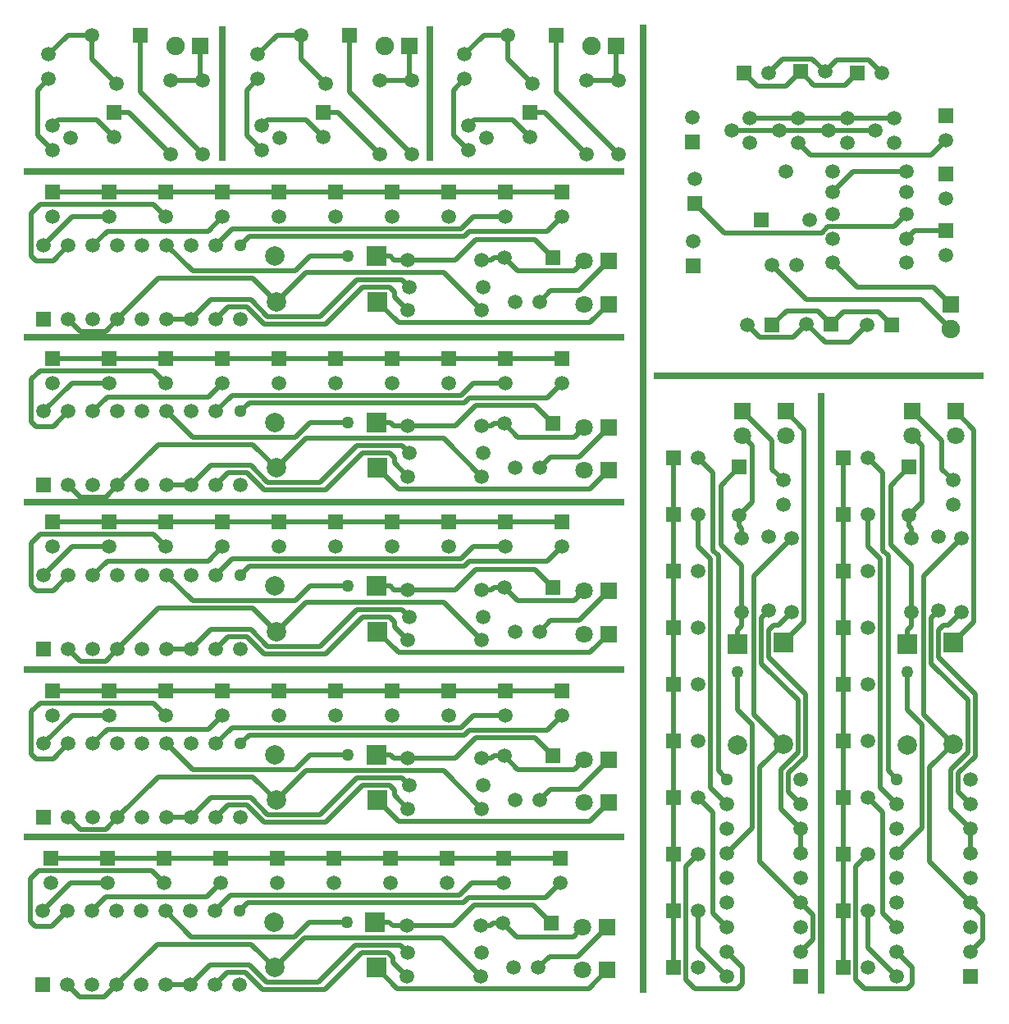
<source format=gbl>
G04 Layer_Physical_Order=2*
G04 Layer_Color=16711680*
%FSLAX25Y25*%
%MOIN*%
G70*
G01*
G75*
%ADD10C,0.02000*%
%ADD11R,0.03150X0.55118*%
%ADD12R,1.33858X0.03150*%
%ADD13R,0.03150X2.44095*%
%ADD14R,0.03150X3.93701*%
%ADD15R,2.44095X0.03150*%
%ADD16R,2.44095X0.02756*%
%ADD17C,0.05905*%
%ADD18C,0.05937*%
%ADD19R,0.05937X0.05937*%
%ADD20R,0.05905X0.05905*%
%ADD21C,0.07480*%
%ADD22R,0.07087X0.07087*%
%ADD23R,0.07087X0.07087*%
%ADD24R,0.05905X0.05905*%
%ADD25C,0.07874*%
%ADD26R,0.07874X0.07874*%
%ADD27C,0.07087*%
%ADD28C,0.05110*%
%ADD29R,0.07874X0.07874*%
%ADD30C,0.05000*%
G36*
X358171Y362012D02*
X359605Y360448D01*
X359512Y358329D01*
X357948Y356895D01*
X355829Y356988D01*
X354396Y358552D01*
X354488Y360671D01*
X356052Y362105D01*
X358171Y362012D01*
D02*
G37*
G36*
X339171D02*
X340604Y360448D01*
X340512Y358329D01*
X338948Y356895D01*
X336829Y356988D01*
X335396Y358552D01*
X335488Y360671D01*
X337052Y362105D01*
X339171Y362012D01*
D02*
G37*
G36*
X319171D02*
X320604Y360448D01*
X320512Y358329D01*
X318948Y356895D01*
X316829Y356988D01*
X315395Y358552D01*
X315488Y360671D01*
X317052Y362105D01*
X319171Y362012D01*
D02*
G37*
G36*
X299671D02*
X301104Y360448D01*
X301012Y358329D01*
X299448Y356895D01*
X297329Y356988D01*
X295896Y358552D01*
X295988Y360671D01*
X297552Y362105D01*
X299671Y362012D01*
D02*
G37*
G36*
X185171Y359012D02*
X186604Y357448D01*
X186512Y355329D01*
X184948Y353895D01*
X182829Y353988D01*
X181395Y355552D01*
X181488Y357671D01*
X183052Y359104D01*
X185171Y359012D01*
D02*
G37*
G36*
X101171D02*
X102604Y357448D01*
X102512Y355329D01*
X100948Y353895D01*
X98829Y353988D01*
X97395Y355552D01*
X97488Y357671D01*
X99052Y359104D01*
X101171Y359012D01*
D02*
G37*
G36*
X16171D02*
X17605Y357448D01*
X17512Y355329D01*
X15948Y353895D01*
X13829Y353988D01*
X12395Y355552D01*
X12488Y357671D01*
X14052Y359104D01*
X16171Y359012D01*
D02*
G37*
G36*
X350671Y357012D02*
X352104Y355448D01*
X352012Y353329D01*
X350448Y351895D01*
X348329Y351988D01*
X346896Y353552D01*
X346988Y355671D01*
X348552Y357104D01*
X350671Y357012D01*
D02*
G37*
G36*
X331671D02*
X333104Y355448D01*
X333012Y353329D01*
X331448Y351895D01*
X329329Y351988D01*
X327895Y353552D01*
X327988Y355671D01*
X329552Y357104D01*
X331671Y357012D01*
D02*
G37*
G36*
X311671D02*
X313105Y355448D01*
X313012Y353329D01*
X311448Y351895D01*
X309329Y351988D01*
X307895Y353552D01*
X307988Y355671D01*
X309552Y357104D01*
X311671Y357012D01*
D02*
G37*
G36*
X292171D02*
X293604Y355448D01*
X293512Y353329D01*
X291948Y351895D01*
X289829Y351988D01*
X288396Y353552D01*
X288488Y355671D01*
X290052Y357104D01*
X292171Y357012D01*
D02*
G37*
G36*
X192671Y354012D02*
X194105Y352448D01*
X194012Y350329D01*
X192448Y348896D01*
X190329Y348988D01*
X188895Y350552D01*
X188988Y352671D01*
X190552Y354104D01*
X192671Y354012D01*
D02*
G37*
G36*
X108671D02*
X110105Y352448D01*
X110012Y350329D01*
X108448Y348896D01*
X106329Y348988D01*
X104895Y350552D01*
X104988Y352671D01*
X106552Y354104D01*
X108671Y354012D01*
D02*
G37*
G36*
X23671D02*
X25104Y352448D01*
X25012Y350329D01*
X23448Y348896D01*
X21329Y348988D01*
X19895Y350552D01*
X19988Y352671D01*
X21552Y354104D01*
X23671Y354012D01*
D02*
G37*
G36*
X358171Y352012D02*
X359605Y350448D01*
X359512Y348329D01*
X357948Y346896D01*
X355829Y346988D01*
X354396Y348552D01*
X354488Y350671D01*
X356052Y352104D01*
X358171Y352012D01*
D02*
G37*
G36*
X339171D02*
X340604Y350448D01*
X340512Y348329D01*
X338948Y346896D01*
X336829Y346988D01*
X335396Y348552D01*
X335488Y350671D01*
X337052Y352104D01*
X339171Y352012D01*
D02*
G37*
G36*
X319171D02*
X320604Y350448D01*
X320512Y348329D01*
X318948Y346896D01*
X316829Y346988D01*
X315395Y348552D01*
X315488Y350671D01*
X317052Y352104D01*
X319171Y352012D01*
D02*
G37*
G36*
X299671D02*
X301104Y350448D01*
X301012Y348329D01*
X299448Y346896D01*
X297329Y346988D01*
X295896Y348552D01*
X295988Y350671D01*
X297552Y352104D01*
X299671Y352012D01*
D02*
G37*
G36*
X185171Y349012D02*
X186604Y347448D01*
X186512Y345329D01*
X184948Y343896D01*
X182829Y343988D01*
X181395Y345552D01*
X181488Y347671D01*
X183052Y349104D01*
X185171Y349012D01*
D02*
G37*
G36*
X101171D02*
X102604Y347448D01*
X102512Y345329D01*
X100948Y343896D01*
X98829Y343988D01*
X97395Y345552D01*
X97488Y347671D01*
X99052Y349104D01*
X101171Y349012D01*
D02*
G37*
G36*
X16171D02*
X17605Y347448D01*
X17512Y345329D01*
X15948Y343896D01*
X13829Y343988D01*
X12395Y345552D01*
X12488Y347671D01*
X14052Y349104D01*
X16171Y349012D01*
D02*
G37*
D10*
X244000Y376000D02*
Y389000D01*
Y376000D02*
X245000Y375000D01*
X232000D02*
X245000D01*
X219843Y370158D02*
X245000Y345000D01*
X219843Y370158D02*
Y393342D01*
X215000Y362000D02*
X232000Y345000D01*
X209000Y362000D02*
X215000D01*
X202000Y359000D02*
X209000Y352000D01*
X186500Y359000D02*
X202000D01*
X184000Y356500D02*
X186500Y359000D01*
X178000Y352500D02*
X184000Y346500D01*
X178000Y352500D02*
Y371000D01*
X182500Y375500D01*
X190342Y393342D02*
X200157D01*
X182500Y385500D02*
X190342Y393342D01*
X200157Y383500D02*
Y393342D01*
Y383500D02*
X210000Y373657D01*
X160000Y376000D02*
Y389000D01*
Y376000D02*
X161000Y375000D01*
X148000D02*
X161000D01*
X135843Y370158D02*
X161000Y345000D01*
X135843Y370158D02*
Y393342D01*
X131000Y362000D02*
X148000Y345000D01*
X125000Y362000D02*
X131000D01*
X118000Y359000D02*
X125000Y352000D01*
X102500Y359000D02*
X118000D01*
X100000Y356500D02*
X102500Y359000D01*
X94000Y352500D02*
X100000Y346500D01*
X94000Y352500D02*
Y371000D01*
X98500Y375500D01*
X106342Y393342D02*
X116157D01*
X98500Y385500D02*
X106342Y393342D01*
X116157Y383500D02*
Y393342D01*
Y383500D02*
X126000Y373657D01*
X75000Y376000D02*
Y389000D01*
Y376000D02*
X76000Y375000D01*
X63000D02*
X76000D01*
X50842Y370158D02*
X76000Y345000D01*
X50842Y370158D02*
Y393342D01*
X46000Y362000D02*
X63000Y345000D01*
X40000Y362000D02*
X46000D01*
X33000Y359000D02*
X40000Y352000D01*
X17500Y359000D02*
X33000D01*
X15000Y356500D02*
X17500Y359000D01*
X9000Y352500D02*
X15000Y346500D01*
X9000Y352500D02*
Y371000D01*
X13500Y375500D01*
X21342Y393342D02*
X31157D01*
X13500Y385500D02*
X21342Y393342D01*
X31157Y383500D02*
Y393342D01*
Y383500D02*
X41000Y373657D01*
X301400Y372600D02*
X313100D01*
X319000Y378500D02*
X324400Y373100D01*
X337100D01*
X342000Y378000D01*
X318000Y349500D02*
X323000Y344500D01*
X372000D01*
X313400Y281400D02*
X326100D01*
X365500Y314000D02*
X378000D01*
X321500Y286000D02*
X368000D01*
X276000Y325000D02*
X287900Y313100D01*
X327596D01*
X329996Y315500D01*
X357000D02*
X362000Y320500D01*
X332000Y301000D02*
X341900Y291100D01*
X332000Y329500D02*
X340500Y338000D01*
X341900Y291100D02*
X372900D01*
X380000Y284000D01*
X302500Y270500D02*
X316000D01*
X297500Y275500D02*
X302500Y270500D01*
X329000Y268500D02*
X339000D01*
X316000Y270500D02*
X321500Y276000D01*
X306000Y378000D02*
X311800Y383800D01*
X346700Y383300D02*
X352000Y378000D01*
X311800Y383800D02*
X323700D01*
X291000Y354500D02*
X310500D01*
X330500D01*
X307500Y300000D02*
X321500Y286000D01*
X368000D02*
X380000Y274000D01*
X331500Y276000D02*
X336400Y280900D01*
X350600D01*
X356000Y275500D01*
X307500D02*
X313400Y281400D01*
X326100D02*
X331500Y276000D01*
X362000Y310500D02*
X365500Y314000D01*
X313100Y372600D02*
X319000Y378500D01*
X296000Y378000D02*
X301400Y372600D01*
X340500Y338000D02*
X362000D01*
X329996Y315500D02*
X357000D01*
X323700Y383800D02*
X329000Y378500D01*
X333800Y383300D01*
X346700D01*
X321500Y276000D02*
X329000Y268500D01*
X339000D02*
X346000Y275500D01*
X372000Y344500D02*
X378000Y350500D01*
X298500Y359500D02*
X318000D01*
X338000D01*
X357000D01*
X330500Y354500D02*
X349500D01*
X388000Y61000D02*
Y71000D01*
X364000Y189000D02*
Y193000D01*
X363000Y194000D02*
X364000Y193000D01*
X363000Y194000D02*
Y198157D01*
X362500Y146091D02*
Y151700D01*
X364000Y153200D01*
Y159000D01*
X336500Y60500D02*
Y83500D01*
Y37500D02*
Y60500D01*
Y83500D02*
Y106500D01*
Y14500D02*
Y37500D01*
Y106500D02*
Y129500D01*
Y152500D01*
Y175500D01*
Y198500D01*
Y221500D01*
X382000Y240500D02*
X389500Y233000D01*
Y155091D02*
Y233000D01*
X381000Y146591D02*
X389500Y155091D01*
X372000Y156500D02*
X375000Y159500D01*
X372000Y138100D02*
Y156500D01*
Y138100D02*
X386937Y123163D01*
Y102000D02*
Y123163D01*
X380000Y95063D02*
X386937Y102000D01*
X380000Y79000D02*
Y95063D01*
Y79000D02*
X388000Y71000D01*
X383000Y86000D02*
X388000Y81000D01*
X383000Y86000D02*
Y93500D01*
X389937Y100437D01*
Y125663D01*
X375000Y140600D02*
X389937Y125663D01*
X375000Y140600D02*
Y151500D01*
X377000Y153500D01*
X379000D01*
X384500Y159000D01*
X341500Y55500D02*
X346500Y60500D01*
X341500Y9500D02*
Y55500D01*
Y9500D02*
X345000Y6000D01*
X362200D01*
X364200Y8000D01*
Y14800D01*
X358000Y21000D02*
X364200Y14800D01*
X358000Y61000D02*
X368400Y71400D01*
Y103800D01*
X368500Y103900D01*
Y113200D01*
X362500Y119200D02*
X368500Y113200D01*
X362500Y119200D02*
Y134600D01*
X346500Y83500D02*
X352200Y77800D01*
Y36800D02*
Y77800D01*
Y36800D02*
X358000Y31000D01*
X354528Y94472D02*
X358000Y91000D01*
X354528Y94472D02*
Y182000D01*
X352514Y184014D02*
X354528Y182000D01*
X352514Y184014D02*
Y215486D01*
X346500Y221500D02*
X352514Y215486D01*
X351500Y87500D02*
X358000Y81000D01*
X351500Y87500D02*
Y180500D01*
X346500Y185500D02*
X351500Y180500D01*
X346500Y185500D02*
Y198500D01*
Y22500D02*
Y37500D01*
Y22500D02*
X358000Y11000D01*
X369000Y173500D02*
X384500Y189000D01*
X369000Y117409D02*
Y173500D01*
Y117409D02*
X381000Y105409D01*
X364500Y230500D02*
X368400Y226600D01*
Y203557D02*
Y226600D01*
X363000Y198157D02*
X368400Y203557D01*
X371400Y95809D02*
X381000Y105409D01*
X371400Y57600D02*
Y95809D01*
Y57600D02*
X388000Y41000D01*
X355600Y210443D02*
X363000Y217843D01*
X355600Y186453D02*
Y210443D01*
Y186453D02*
X364000Y178053D01*
Y159000D02*
Y178053D01*
X376500Y217000D02*
X381000Y212500D01*
X376500Y217000D02*
Y228500D01*
X364500Y240500D02*
X376500Y228500D01*
X392953Y25953D02*
Y36047D01*
X388000Y21000D02*
X392953Y25953D01*
X388000Y41000D02*
X392953Y36047D01*
X319000Y61000D02*
Y71000D01*
X295000Y189000D02*
Y193000D01*
X294000Y194000D02*
X295000Y193000D01*
X294000Y194000D02*
Y198157D01*
X293500Y146091D02*
Y151700D01*
X295000Y153200D01*
Y159000D01*
X267500Y60500D02*
Y83500D01*
Y37500D02*
Y60500D01*
Y83500D02*
Y106500D01*
Y14500D02*
Y37500D01*
Y106500D02*
Y129500D01*
Y152500D01*
Y175500D01*
Y198500D01*
Y221500D01*
X313000Y240500D02*
X320500Y233000D01*
Y155091D02*
Y233000D01*
X312000Y146591D02*
X320500Y155091D01*
X303000Y156500D02*
X306000Y159500D01*
X303000Y138100D02*
Y156500D01*
Y138100D02*
X317937Y123163D01*
Y102000D02*
Y123163D01*
X311000Y95063D02*
X317937Y102000D01*
X311000Y79000D02*
Y95063D01*
Y79000D02*
X319000Y71000D01*
X314000Y86000D02*
X319000Y81000D01*
X314000Y86000D02*
Y93500D01*
X320937Y100437D01*
Y125663D01*
X306000Y140600D02*
X320937Y125663D01*
X306000Y140600D02*
Y151500D01*
X308000Y153500D01*
X310000D01*
X315500Y159000D01*
X272500Y55500D02*
X277500Y60500D01*
X272500Y9500D02*
Y55500D01*
Y9500D02*
X276000Y6000D01*
X293200D01*
X295200Y8000D01*
Y14800D01*
X289000Y21000D02*
X295200Y14800D01*
X289000Y61000D02*
X299400Y71400D01*
Y103800D01*
X299500Y103900D01*
Y113200D01*
X293500Y119200D02*
X299500Y113200D01*
X293500Y119200D02*
Y134600D01*
X277500Y83500D02*
X283200Y77800D01*
Y36800D02*
Y77800D01*
Y36800D02*
X289000Y31000D01*
X285528Y94472D02*
X289000Y91000D01*
X285528Y94472D02*
Y182000D01*
X283514Y184014D02*
X285528Y182000D01*
X283514Y184014D02*
Y215486D01*
X277500Y221500D02*
X283514Y215486D01*
X282500Y87500D02*
X289000Y81000D01*
X282500Y87500D02*
Y180500D01*
X277500Y185500D02*
X282500Y180500D01*
X277500Y185500D02*
Y198500D01*
Y22500D02*
Y37500D01*
Y22500D02*
X289000Y11000D01*
X300000Y173500D02*
X315500Y189000D01*
X300000Y117409D02*
Y173500D01*
Y117409D02*
X312000Y105409D01*
X295500Y230500D02*
X299400Y226600D01*
Y203557D02*
Y226600D01*
X294000Y198157D02*
X299400Y203557D01*
X302400Y95809D02*
X312000Y105409D01*
X302400Y57600D02*
Y95809D01*
Y57600D02*
X319000Y41000D01*
X286600Y210443D02*
X294000Y217843D01*
X286600Y186453D02*
Y210443D01*
Y186453D02*
X295000Y178053D01*
Y159000D02*
Y178053D01*
X307500Y217000D02*
X312000Y212500D01*
X307500Y217000D02*
Y228500D01*
X295500Y240500D02*
X307500Y228500D01*
X323953Y25953D02*
Y36047D01*
X319000Y21000D02*
X323953Y25953D01*
X319000Y41000D02*
X323953Y36047D01*
X61500Y278000D02*
X71500D01*
X189500Y302000D02*
X193500D01*
X194500Y303000D01*
X198657D01*
X146591Y303500D02*
X152200D01*
X153700Y302000D01*
X159500D01*
X61000Y329500D02*
X84000D01*
X38000D02*
X61000D01*
X84000D02*
X107000D01*
X15000D02*
X38000D01*
X107000D02*
X130000D01*
X153000D01*
X176000D01*
X199000D01*
X222000D01*
X233500Y276500D02*
X241000Y284000D01*
X155591Y276500D02*
X233500D01*
X147091Y285000D02*
X155591Y276500D01*
X157000Y294000D02*
X160000Y291000D01*
X138600Y294000D02*
X157000D01*
X123663Y279063D02*
X138600Y294000D01*
X102500Y279063D02*
X123663D01*
X95563Y286000D02*
X102500Y279063D01*
X79500Y286000D02*
X95563D01*
X71500Y278000D02*
X79500Y286000D01*
X81500Y278000D02*
X86500Y283000D01*
X94000D01*
X100937Y276063D01*
X126163D01*
X141100Y291000D01*
X152000D01*
X154000Y289000D01*
Y287000D02*
Y289000D01*
Y287000D02*
X159500Y281500D01*
X56000Y324500D02*
X61000Y319500D01*
X10000Y324500D02*
X56000D01*
X6500Y321000D02*
X10000Y324500D01*
X6500Y303800D02*
Y321000D01*
Y303800D02*
X8500Y301800D01*
X15300D01*
X21500Y308000D01*
X61500D02*
X71900Y297600D01*
X104300D01*
X104400Y297500D01*
X113700D01*
X119700Y303500D01*
X135100D01*
X78300Y313800D02*
X84000Y319500D01*
X37300Y313800D02*
X78300D01*
X31500Y308000D02*
X37300Y313800D01*
X91500Y308000D02*
X94972Y311472D01*
X182500D01*
X184514Y313486D01*
X215986D01*
X222000Y319500D01*
X81500Y308000D02*
X88000Y314500D01*
X181000D01*
X186000Y319500D01*
X199000D01*
X23000D02*
X38000D01*
X11500Y308000D02*
X23000Y319500D01*
X174000Y297000D02*
X189500Y281500D01*
X117909Y297000D02*
X174000D01*
X105909Y285000D02*
X117909Y297000D01*
X227100Y297600D02*
X231000Y301500D01*
X204057Y297600D02*
X227100D01*
X198657Y303000D02*
X204057Y297600D01*
X96309Y294600D02*
X105909Y285000D01*
X58100Y294600D02*
X96309D01*
X41500Y278000D02*
X58100Y294600D01*
X210943Y310400D02*
X218343Y303000D01*
X186953Y310400D02*
X210943D01*
X178553Y302000D02*
X186953Y310400D01*
X159500Y302000D02*
X178553D01*
X213000Y285000D02*
X217500Y289500D01*
X229000D01*
X241000Y301500D01*
X26453Y273047D02*
X36547D01*
X21500Y278000D02*
X26453Y273047D01*
X36547D02*
X41500Y278000D01*
X61500Y210500D02*
X71500D01*
X189500Y234500D02*
X193500D01*
X194500Y235500D01*
X198657D01*
X146591Y236000D02*
X152200D01*
X153700Y234500D01*
X159500D01*
X61000Y262000D02*
X84000D01*
X38000D02*
X61000D01*
X84000D02*
X107000D01*
X15000D02*
X38000D01*
X107000D02*
X130000D01*
X153000D01*
X176000D01*
X199000D01*
X222000D01*
X233500Y209000D02*
X241000Y216500D01*
X155591Y209000D02*
X233500D01*
X147091Y217500D02*
X155591Y209000D01*
X157000Y226500D02*
X160000Y223500D01*
X138600Y226500D02*
X157000D01*
X123663Y211563D02*
X138600Y226500D01*
X102500Y211563D02*
X123663D01*
X95563Y218500D02*
X102500Y211563D01*
X79500Y218500D02*
X95563D01*
X71500Y210500D02*
X79500Y218500D01*
X81500Y210500D02*
X86500Y215500D01*
X94000D01*
X100937Y208563D01*
X126163D01*
X141100Y223500D01*
X152000D01*
X154000Y221500D01*
Y219500D02*
Y221500D01*
Y219500D02*
X159500Y214000D01*
X56000Y257000D02*
X61000Y252000D01*
X10000Y257000D02*
X56000D01*
X6500Y253500D02*
X10000Y257000D01*
X6500Y236300D02*
Y253500D01*
Y236300D02*
X8500Y234300D01*
X15300D01*
X21500Y240500D01*
X61500D02*
X71900Y230100D01*
X104300D01*
X104400Y230000D01*
X113700D01*
X119700Y236000D01*
X135100D01*
X78300Y246300D02*
X84000Y252000D01*
X37300Y246300D02*
X78300D01*
X31500Y240500D02*
X37300Y246300D01*
X91500Y240500D02*
X94972Y243972D01*
X182500D01*
X184514Y245986D01*
X215986D01*
X222000Y252000D01*
X81500Y240500D02*
X88000Y247000D01*
X181000D01*
X186000Y252000D01*
X199000D01*
X23000D02*
X38000D01*
X11500Y240500D02*
X23000Y252000D01*
X174000Y229500D02*
X189500Y214000D01*
X117909Y229500D02*
X174000D01*
X105909Y217500D02*
X117909Y229500D01*
X227100Y230100D02*
X231000Y234000D01*
X204057Y230100D02*
X227100D01*
X198657Y235500D02*
X204057Y230100D01*
X96309Y227100D02*
X105909Y217500D01*
X58100Y227100D02*
X96309D01*
X41500Y210500D02*
X58100Y227100D01*
X210943Y242900D02*
X218343Y235500D01*
X186953Y242900D02*
X210943D01*
X178553Y234500D02*
X186953Y242900D01*
X159500Y234500D02*
X178553D01*
X213000Y217500D02*
X217500Y222000D01*
X229000D01*
X241000Y234000D01*
X26453Y205547D02*
X36547D01*
X21500Y210500D02*
X26453Y205547D01*
X36547D02*
X41500Y210500D01*
X61500Y144000D02*
X71500D01*
X189500Y168000D02*
X193500D01*
X194500Y169000D01*
X198657D01*
X146591Y169500D02*
X152200D01*
X153700Y168000D01*
X159500D01*
X61000Y195500D02*
X84000D01*
X38000D02*
X61000D01*
X84000D02*
X107000D01*
X15000D02*
X38000D01*
X107000D02*
X130000D01*
X153000D01*
X176000D01*
X199000D01*
X222000D01*
X233500Y142500D02*
X241000Y150000D01*
X155591Y142500D02*
X233500D01*
X147091Y151000D02*
X155591Y142500D01*
X157000Y160000D02*
X160000Y157000D01*
X138600Y160000D02*
X157000D01*
X123663Y145063D02*
X138600Y160000D01*
X102500Y145063D02*
X123663D01*
X95563Y152000D02*
X102500Y145063D01*
X79500Y152000D02*
X95563D01*
X71500Y144000D02*
X79500Y152000D01*
X81500Y144000D02*
X86500Y149000D01*
X94000D01*
X100937Y142063D01*
X126163D01*
X141100Y157000D01*
X152000D01*
X154000Y155000D01*
Y153000D02*
Y155000D01*
Y153000D02*
X159500Y147500D01*
X56000Y190500D02*
X61000Y185500D01*
X10000Y190500D02*
X56000D01*
X6500Y187000D02*
X10000Y190500D01*
X6500Y169800D02*
Y187000D01*
Y169800D02*
X8500Y167800D01*
X15300D01*
X21500Y174000D01*
X61500D02*
X71900Y163600D01*
X104300D01*
X104400Y163500D01*
X113700D01*
X119700Y169500D01*
X135100D01*
X78300Y179800D02*
X84000Y185500D01*
X37300Y179800D02*
X78300D01*
X31500Y174000D02*
X37300Y179800D01*
X91500Y174000D02*
X94972Y177472D01*
X182500D01*
X184514Y179486D01*
X215986D01*
X222000Y185500D01*
X81500Y174000D02*
X88000Y180500D01*
X181000D01*
X186000Y185500D01*
X199000D01*
X23000D02*
X38000D01*
X11500Y174000D02*
X23000Y185500D01*
X174000Y163000D02*
X189500Y147500D01*
X117909Y163000D02*
X174000D01*
X105909Y151000D02*
X117909Y163000D01*
X227100Y163600D02*
X231000Y167500D01*
X204057Y163600D02*
X227100D01*
X198657Y169000D02*
X204057Y163600D01*
X96309Y160600D02*
X105909Y151000D01*
X58100Y160600D02*
X96309D01*
X41500Y144000D02*
X58100Y160600D01*
X210943Y176400D02*
X218343Y169000D01*
X186953Y176400D02*
X210943D01*
X178553Y168000D02*
X186953Y176400D01*
X159500Y168000D02*
X178553D01*
X213000Y151000D02*
X217500Y155500D01*
X229000D01*
X241000Y167500D01*
X26453Y139047D02*
X36547D01*
X21500Y144000D02*
X26453Y139047D01*
X36547D02*
X41500Y144000D01*
X61500Y75500D02*
X71500D01*
X189500Y99500D02*
X193500D01*
X194500Y100500D01*
X198657D01*
X146591Y101000D02*
X152200D01*
X153700Y99500D01*
X159500D01*
X61000Y127000D02*
X84000D01*
X38000D02*
X61000D01*
X84000D02*
X107000D01*
X15000D02*
X38000D01*
X107000D02*
X130000D01*
X153000D01*
X176000D01*
X199000D01*
X222000D01*
X233500Y74000D02*
X241000Y81500D01*
X155591Y74000D02*
X233500D01*
X147091Y82500D02*
X155591Y74000D01*
X157000Y91500D02*
X160000Y88500D01*
X138600Y91500D02*
X157000D01*
X123663Y76563D02*
X138600Y91500D01*
X102500Y76563D02*
X123663D01*
X95563Y83500D02*
X102500Y76563D01*
X79500Y83500D02*
X95563D01*
X71500Y75500D02*
X79500Y83500D01*
X81500Y75500D02*
X86500Y80500D01*
X94000D01*
X100937Y73563D01*
X126163D01*
X141100Y88500D01*
X152000D01*
X154000Y86500D01*
Y84500D02*
Y86500D01*
Y84500D02*
X159500Y79000D01*
X56000Y122000D02*
X61000Y117000D01*
X10000Y122000D02*
X56000D01*
X6500Y118500D02*
X10000Y122000D01*
X6500Y101300D02*
Y118500D01*
Y101300D02*
X8500Y99300D01*
X15300D01*
X21500Y105500D01*
X61500D02*
X71900Y95100D01*
X104300D01*
X104400Y95000D01*
X113700D01*
X119700Y101000D01*
X135100D01*
X78300Y111300D02*
X84000Y117000D01*
X37300Y111300D02*
X78300D01*
X31500Y105500D02*
X37300Y111300D01*
X91500Y105500D02*
X94972Y108972D01*
X182500D01*
X184514Y110986D01*
X215986D01*
X222000Y117000D01*
X81500Y105500D02*
X88000Y112000D01*
X181000D01*
X186000Y117000D01*
X199000D01*
X23000D02*
X38000D01*
X11500Y105500D02*
X23000Y117000D01*
X174000Y94500D02*
X189500Y79000D01*
X117909Y94500D02*
X174000D01*
X105909Y82500D02*
X117909Y94500D01*
X227100Y95100D02*
X231000Y99000D01*
X204057Y95100D02*
X227100D01*
X198657Y100500D02*
X204057Y95100D01*
X96309Y92100D02*
X105909Y82500D01*
X58100Y92100D02*
X96309D01*
X41500Y75500D02*
X58100Y92100D01*
X210943Y107900D02*
X218343Y100500D01*
X186953Y107900D02*
X210943D01*
X178553Y99500D02*
X186953Y107900D01*
X159500Y99500D02*
X178553D01*
X213000Y82500D02*
X217500Y87000D01*
X229000D01*
X241000Y99000D01*
X26453Y70547D02*
X36547D01*
X21500Y75500D02*
X26453Y70547D01*
X36547D02*
X41500Y75500D01*
X36047Y2547D02*
X41000Y7500D01*
X21000D02*
X25953Y2547D01*
X36047D01*
X228500Y19000D02*
X240500Y31000D01*
X217000Y19000D02*
X228500D01*
X212500Y14500D02*
X217000Y19000D01*
X159000Y31500D02*
X178053D01*
X186453Y39900D01*
X210443D01*
X217843Y32500D01*
X41000Y7500D02*
X57600Y24100D01*
X95809D01*
X105409Y14500D01*
X198157Y32500D02*
X203557Y27100D01*
X226600D01*
X230500Y31000D01*
X105409Y14500D02*
X117409Y26500D01*
X173500D01*
X189000Y11000D01*
X11000Y37500D02*
X22500Y49000D01*
X37500D01*
X185500D02*
X198500D01*
X180500Y44000D02*
X185500Y49000D01*
X87500Y44000D02*
X180500D01*
X81000Y37500D02*
X87500Y44000D01*
X215486Y42986D02*
X221500Y49000D01*
X184014Y42986D02*
X215486D01*
X182000Y40972D02*
X184014Y42986D01*
X94472Y40972D02*
X182000D01*
X91000Y37500D02*
X94472Y40972D01*
X31000Y37500D02*
X36800Y43300D01*
X77800D01*
X83500Y49000D01*
X119200Y33000D02*
X134600D01*
X113200Y27000D02*
X119200Y33000D01*
X103900Y27000D02*
X113200D01*
X103800Y27100D02*
X103900Y27000D01*
X71400Y27100D02*
X103800D01*
X61000Y37500D02*
X71400Y27100D01*
X14800Y31300D02*
X21000Y37500D01*
X8000Y31300D02*
X14800D01*
X6000Y33300D02*
X8000Y31300D01*
X6000Y33300D02*
Y50500D01*
X9500Y54000D01*
X55500D01*
X60500Y49000D01*
X153500Y16500D02*
X159000Y11000D01*
X153500Y16500D02*
Y18500D01*
X151500Y20500D02*
X153500Y18500D01*
X140600Y20500D02*
X151500D01*
X125663Y5563D02*
X140600Y20500D01*
X100437Y5563D02*
X125663D01*
X93500Y12500D02*
X100437Y5563D01*
X86000Y12500D02*
X93500D01*
X81000Y7500D02*
X86000Y12500D01*
X71000Y7500D02*
X79000Y15500D01*
X95063D01*
X102000Y8563D01*
X123163D01*
X138100Y23500D01*
X156500D01*
X159500Y20500D01*
X146591Y14500D02*
X155091Y6000D01*
X233000D01*
X240500Y13500D01*
X198500Y59000D02*
X221500D01*
X175500D02*
X198500D01*
X152500D02*
X175500D01*
X129500D02*
X152500D01*
X106500D02*
X129500D01*
X14500D02*
X37500D01*
X83500D02*
X106500D01*
X37500D02*
X60500D01*
X83500D01*
X153200Y31500D02*
X159000D01*
X151700Y33000D02*
X153200Y31500D01*
X146091Y33000D02*
X151700D01*
X194000Y32500D02*
X198157D01*
X193000Y31500D02*
X194000Y32500D01*
X189000Y31500D02*
X193000D01*
X61000Y7500D02*
X71000D01*
D11*
X168500Y369500D02*
D03*
X84000D02*
D03*
D12*
X326500Y255000D02*
D03*
D13*
X327500Y126000D02*
D03*
D14*
X255000Y201000D02*
D03*
D15*
X125500Y338000D02*
D03*
Y135500D02*
D03*
Y67500D02*
D03*
D16*
Y270500D02*
D03*
Y203500D02*
D03*
D17*
X245000Y345000D02*
D03*
Y375000D02*
D03*
X232000Y345000D02*
D03*
Y375000D02*
D03*
X184000Y346500D02*
D03*
X191500Y351500D02*
D03*
X184000Y356500D02*
D03*
X182500Y375500D02*
D03*
Y385500D02*
D03*
X209000Y352000D02*
D03*
X161000Y345000D02*
D03*
Y375000D02*
D03*
X148000Y345000D02*
D03*
Y375000D02*
D03*
X100000Y346500D02*
D03*
X107500Y351500D02*
D03*
X100000Y356500D02*
D03*
X98500Y375500D02*
D03*
Y385500D02*
D03*
X125000Y352000D02*
D03*
X76000Y345000D02*
D03*
Y375000D02*
D03*
X63000Y345000D02*
D03*
Y375000D02*
D03*
X15000Y346500D02*
D03*
X22500Y351500D02*
D03*
X15000Y356500D02*
D03*
X13500Y375500D02*
D03*
Y385500D02*
D03*
X40000Y352000D02*
D03*
X332000Y301000D02*
D03*
X362000D02*
D03*
Y338000D02*
D03*
X332000D02*
D03*
Y310500D02*
D03*
X362000D02*
D03*
X332000Y329500D02*
D03*
X362000D02*
D03*
X332000Y320500D02*
D03*
X362000D02*
D03*
X298500Y349500D02*
D03*
X291000Y354500D02*
D03*
X298500Y359500D02*
D03*
X318000Y349500D02*
D03*
X310500Y354500D02*
D03*
X318000Y359500D02*
D03*
X338000Y349500D02*
D03*
X330500Y354500D02*
D03*
X338000Y359500D02*
D03*
X357000Y349500D02*
D03*
X349500Y354500D02*
D03*
X357000Y359500D02*
D03*
X317500Y300000D02*
D03*
X307500D02*
D03*
X306000Y378000D02*
D03*
X329000Y378500D02*
D03*
X352000Y378000D02*
D03*
X378000Y350500D02*
D03*
Y327000D02*
D03*
Y304000D02*
D03*
X346000Y275500D02*
D03*
X321500Y276000D02*
D03*
X297500Y275500D02*
D03*
X275500Y309500D02*
D03*
X276000Y335000D02*
D03*
X275000Y360000D02*
D03*
X346500Y14500D02*
D03*
X363000Y198157D02*
D03*
X375000Y159500D02*
D03*
Y189500D02*
D03*
X384500Y159000D02*
D03*
Y189000D02*
D03*
X346500Y37500D02*
D03*
Y60500D02*
D03*
Y83500D02*
D03*
Y106500D02*
D03*
Y129500D02*
D03*
Y152500D02*
D03*
Y175500D02*
D03*
Y198500D02*
D03*
Y221500D02*
D03*
X364000Y159000D02*
D03*
Y189000D02*
D03*
X381000Y212500D02*
D03*
Y202500D02*
D03*
X388000Y21000D02*
D03*
Y31000D02*
D03*
Y41000D02*
D03*
Y51000D02*
D03*
Y61000D02*
D03*
Y71000D02*
D03*
Y81000D02*
D03*
Y91000D02*
D03*
X358000Y81000D02*
D03*
Y71000D02*
D03*
Y61000D02*
D03*
Y51000D02*
D03*
Y41000D02*
D03*
Y31000D02*
D03*
Y21000D02*
D03*
Y11000D02*
D03*
X277500Y14500D02*
D03*
X294000Y198157D02*
D03*
X306000Y159500D02*
D03*
Y189500D02*
D03*
X315500Y159000D02*
D03*
Y189000D02*
D03*
X277500Y37500D02*
D03*
Y60500D02*
D03*
Y83500D02*
D03*
Y106500D02*
D03*
Y129500D02*
D03*
Y152500D02*
D03*
Y175500D02*
D03*
Y198500D02*
D03*
Y221500D02*
D03*
X295000Y159000D02*
D03*
Y189000D02*
D03*
X312000Y212500D02*
D03*
Y202500D02*
D03*
X319000Y21000D02*
D03*
Y31000D02*
D03*
Y41000D02*
D03*
Y51000D02*
D03*
Y61000D02*
D03*
Y71000D02*
D03*
Y81000D02*
D03*
Y91000D02*
D03*
X289000Y81000D02*
D03*
Y71000D02*
D03*
Y61000D02*
D03*
Y51000D02*
D03*
Y41000D02*
D03*
Y31000D02*
D03*
Y21000D02*
D03*
Y11000D02*
D03*
X15000Y319500D02*
D03*
X198657Y303000D02*
D03*
X160000Y291000D02*
D03*
X190000D02*
D03*
X159500Y281500D02*
D03*
X189500D02*
D03*
X38000Y319500D02*
D03*
X61000D02*
D03*
X84000D02*
D03*
X107000D02*
D03*
X130000D02*
D03*
X153000D02*
D03*
X176000D02*
D03*
X199000D02*
D03*
X222000D02*
D03*
X159500Y302000D02*
D03*
X189500D02*
D03*
X213000Y285000D02*
D03*
X203000D02*
D03*
X21500Y278000D02*
D03*
X31500D02*
D03*
X41500D02*
D03*
X51500D02*
D03*
X61500D02*
D03*
X71500D02*
D03*
X81500D02*
D03*
X91500D02*
D03*
X81500Y308000D02*
D03*
X71500D02*
D03*
X61500D02*
D03*
X51500D02*
D03*
X41500D02*
D03*
X31500D02*
D03*
X21500D02*
D03*
X11500D02*
D03*
X15000Y252000D02*
D03*
X198657Y235500D02*
D03*
X160000Y223500D02*
D03*
X190000D02*
D03*
X159500Y214000D02*
D03*
X189500D02*
D03*
X38000Y252000D02*
D03*
X61000D02*
D03*
X84000D02*
D03*
X107000D02*
D03*
X130000D02*
D03*
X153000D02*
D03*
X176000D02*
D03*
X199000D02*
D03*
X222000D02*
D03*
X159500Y234500D02*
D03*
X189500D02*
D03*
X213000Y217500D02*
D03*
X203000D02*
D03*
X21500Y210500D02*
D03*
X31500D02*
D03*
X41500D02*
D03*
X51500D02*
D03*
X61500D02*
D03*
X71500D02*
D03*
X81500D02*
D03*
X91500D02*
D03*
X81500Y240500D02*
D03*
X71500D02*
D03*
X61500D02*
D03*
X51500D02*
D03*
X41500D02*
D03*
X31500D02*
D03*
X21500D02*
D03*
X11500D02*
D03*
X15000Y185500D02*
D03*
X198657Y169000D02*
D03*
X160000Y157000D02*
D03*
X190000D02*
D03*
X159500Y147500D02*
D03*
X189500D02*
D03*
X38000Y185500D02*
D03*
X61000D02*
D03*
X84000D02*
D03*
X107000D02*
D03*
X130000D02*
D03*
X153000D02*
D03*
X176000D02*
D03*
X199000D02*
D03*
X222000D02*
D03*
X159500Y168000D02*
D03*
X189500D02*
D03*
X213000Y151000D02*
D03*
X203000D02*
D03*
X21500Y144000D02*
D03*
X31500D02*
D03*
X41500D02*
D03*
X51500D02*
D03*
X61500D02*
D03*
X71500D02*
D03*
X81500D02*
D03*
X91500D02*
D03*
X81500Y174000D02*
D03*
X71500D02*
D03*
X61500D02*
D03*
X51500D02*
D03*
X41500D02*
D03*
X31500D02*
D03*
X21500D02*
D03*
X11500D02*
D03*
X15000Y117000D02*
D03*
X198657Y100500D02*
D03*
X160000Y88500D02*
D03*
X190000D02*
D03*
X159500Y79000D02*
D03*
X189500D02*
D03*
X38000Y117000D02*
D03*
X61000D02*
D03*
X84000D02*
D03*
X107000D02*
D03*
X130000D02*
D03*
X153000D02*
D03*
X176000D02*
D03*
X199000D02*
D03*
X222000D02*
D03*
X159500Y99500D02*
D03*
X189500D02*
D03*
X213000Y82500D02*
D03*
X203000D02*
D03*
X21500Y75500D02*
D03*
X31500D02*
D03*
X41500D02*
D03*
X51500D02*
D03*
X61500D02*
D03*
X71500D02*
D03*
X81500D02*
D03*
X91500D02*
D03*
X81500Y105500D02*
D03*
X71500D02*
D03*
X61500D02*
D03*
X51500D02*
D03*
X41500D02*
D03*
X31500D02*
D03*
X21500D02*
D03*
X11500D02*
D03*
X198157Y32500D02*
D03*
X212500Y14500D02*
D03*
X202500D02*
D03*
X159000Y31500D02*
D03*
X189000D02*
D03*
X21000Y7500D02*
D03*
X31000D02*
D03*
X41000D02*
D03*
X51000D02*
D03*
X61000D02*
D03*
X71000D02*
D03*
X81000D02*
D03*
X91000D02*
D03*
X81000Y37500D02*
D03*
X71000D02*
D03*
X61000D02*
D03*
X51000D02*
D03*
X41000D02*
D03*
X31000D02*
D03*
X21000D02*
D03*
X11000D02*
D03*
X159000Y11000D02*
D03*
X189000D02*
D03*
X159500Y20500D02*
D03*
X189500D02*
D03*
X221500Y49000D02*
D03*
X198500D02*
D03*
X175500D02*
D03*
X152500D02*
D03*
X129500D02*
D03*
X106500D02*
D03*
X83500D02*
D03*
X60500D02*
D03*
X37500D02*
D03*
X14500D02*
D03*
D18*
X200157Y393342D02*
D03*
X210000Y373657D02*
D03*
X116157Y393342D02*
D03*
X126000Y373657D02*
D03*
X31157Y393342D02*
D03*
X41000Y373657D02*
D03*
X313000Y337843D02*
D03*
X322843Y318157D02*
D03*
D19*
X219843Y393342D02*
D03*
X135843D02*
D03*
X50842D02*
D03*
X303157Y318157D02*
D03*
D20*
X209000Y362000D02*
D03*
X125000D02*
D03*
X40000D02*
D03*
X378000Y360500D02*
D03*
Y337000D02*
D03*
Y314000D02*
D03*
X275500Y299500D02*
D03*
X276000Y325000D02*
D03*
X275000Y350000D02*
D03*
X363000Y217843D02*
D03*
X294000D02*
D03*
X15000Y329500D02*
D03*
X38000D02*
D03*
X61000D02*
D03*
X84000D02*
D03*
X107000D02*
D03*
X130000D02*
D03*
X153000D02*
D03*
X176000D02*
D03*
X199000D02*
D03*
X222000D02*
D03*
X11500Y278000D02*
D03*
X15000Y262000D02*
D03*
X38000D02*
D03*
X61000D02*
D03*
X84000D02*
D03*
X107000D02*
D03*
X130000D02*
D03*
X153000D02*
D03*
X176000D02*
D03*
X199000D02*
D03*
X222000D02*
D03*
X11500Y210500D02*
D03*
X15000Y195500D02*
D03*
X38000D02*
D03*
X61000D02*
D03*
X84000D02*
D03*
X107000D02*
D03*
X130000D02*
D03*
X153000D02*
D03*
X176000D02*
D03*
X199000D02*
D03*
X222000D02*
D03*
X11500Y144000D02*
D03*
X15000Y127000D02*
D03*
X38000D02*
D03*
X61000D02*
D03*
X84000D02*
D03*
X107000D02*
D03*
X130000D02*
D03*
X153000D02*
D03*
X176000D02*
D03*
X199000D02*
D03*
X222000D02*
D03*
X11500Y75500D02*
D03*
X11000Y7500D02*
D03*
X221500Y59000D02*
D03*
X198500D02*
D03*
X175500D02*
D03*
X152500D02*
D03*
X129500D02*
D03*
X106500D02*
D03*
X83500D02*
D03*
X60500D02*
D03*
X37500D02*
D03*
X14500D02*
D03*
D21*
X234000Y389000D02*
D03*
X150000D02*
D03*
X65000D02*
D03*
X380000Y274000D02*
D03*
D22*
X244000Y389000D02*
D03*
X160000D02*
D03*
X75000D02*
D03*
X241000Y284000D02*
D03*
Y301500D02*
D03*
Y216500D02*
D03*
Y234000D02*
D03*
Y150000D02*
D03*
Y167500D02*
D03*
Y81500D02*
D03*
Y99000D02*
D03*
X240500Y31000D02*
D03*
Y13500D02*
D03*
D23*
X380000Y284000D02*
D03*
X382000Y240500D02*
D03*
X364500D02*
D03*
X313000D02*
D03*
X295500D02*
D03*
D24*
X296000Y378000D02*
D03*
X319000Y378500D02*
D03*
X342000Y378000D02*
D03*
X356000Y275500D02*
D03*
X331500Y276000D02*
D03*
X307500Y275500D02*
D03*
X336500Y14500D02*
D03*
Y37500D02*
D03*
Y60500D02*
D03*
Y83500D02*
D03*
Y106500D02*
D03*
Y129500D02*
D03*
Y152500D02*
D03*
Y175500D02*
D03*
Y198500D02*
D03*
Y221500D02*
D03*
X388000Y11000D02*
D03*
X267500Y14500D02*
D03*
Y37500D02*
D03*
Y60500D02*
D03*
Y83500D02*
D03*
Y106500D02*
D03*
Y129500D02*
D03*
Y152500D02*
D03*
Y175500D02*
D03*
Y198500D02*
D03*
Y221500D02*
D03*
X319000Y11000D02*
D03*
X218343Y303000D02*
D03*
Y235500D02*
D03*
Y169000D02*
D03*
Y100500D02*
D03*
X217843Y32500D02*
D03*
D25*
X362500Y104909D02*
D03*
X381000Y105409D02*
D03*
X293500Y104909D02*
D03*
X312000Y105409D02*
D03*
X105409Y303500D02*
D03*
X105909Y285000D02*
D03*
X105409Y236000D02*
D03*
X105909Y217500D02*
D03*
X105409Y169500D02*
D03*
X105909Y151000D02*
D03*
X105409Y101000D02*
D03*
X105909Y82500D02*
D03*
X104909Y33000D02*
D03*
X105409Y14500D02*
D03*
D26*
X362500Y146091D02*
D03*
X381000Y146591D02*
D03*
X293500Y146091D02*
D03*
X312000Y146591D02*
D03*
D27*
X382000Y230500D02*
D03*
X364500D02*
D03*
X313000D02*
D03*
X295500D02*
D03*
X231000Y284000D02*
D03*
Y301500D02*
D03*
Y216500D02*
D03*
Y234000D02*
D03*
Y150000D02*
D03*
Y167500D02*
D03*
Y81500D02*
D03*
Y99000D02*
D03*
X230500Y31000D02*
D03*
Y13500D02*
D03*
D28*
X358000Y91000D02*
D03*
X289000D02*
D03*
X91500Y308000D02*
D03*
Y240500D02*
D03*
Y174000D02*
D03*
Y105500D02*
D03*
X91000Y37500D02*
D03*
D29*
X146591Y303500D02*
D03*
X147091Y285000D02*
D03*
X146591Y236000D02*
D03*
X147091Y217500D02*
D03*
X146591Y169500D02*
D03*
X147091Y151000D02*
D03*
X146591Y101000D02*
D03*
X147091Y82500D02*
D03*
X146091Y33000D02*
D03*
X146591Y14500D02*
D03*
D30*
X362500Y134600D02*
D03*
X293500D02*
D03*
X135100Y303500D02*
D03*
Y236000D02*
D03*
Y169500D02*
D03*
Y101000D02*
D03*
X134600Y33000D02*
D03*
M02*

</source>
